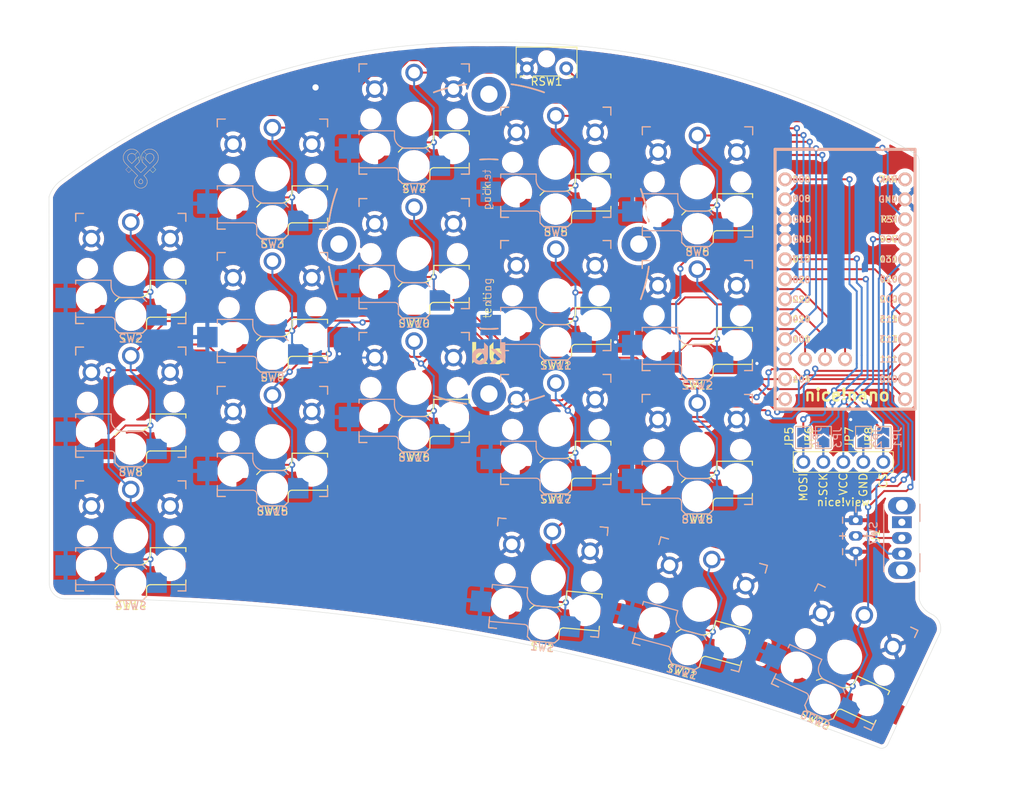
<source format=kicad_pcb>
(kicad_pcb (version 20230620) (generator pcbnew)
  (layers (0 "F.Cu" signal) (31 "B.Cu" signal) (34 "B.Paste" user) (35 "F.Paste" user) (36 "B.SilkS" user "B.Silkscreen") (37 "F.SilkS" user "F.Silkscreen") (38 "B.Mask" user) (39 "F.Mask" user) (44 "Edge.Cuts" user))
  (net 0 "")
  (net 1 "gnd")
  (net 2 "vcc")
  (net 3 "Switch18")
  (net 4 "reset")
  (net 5 "Switch1")
  (net 6 "Switch2")
  (net 7 "Switch3")
  (net 8 "Switch4")
  (net 9 "Switch5")
  (net 10 "Switch6")
  (net 11 "Switch7")
  (net 12 "Switch8")
  (net 13 "Switch9")
  (net 14 "Switch10")
  (net 15 "Switch11")
  (net 16 "Switch12")
  (net 17 "Switch13")
  (net 18 "Switch14")
  (net 19 "Switch15")
  (net 20 "Switch16")
  (net 21 "Switch17")
  (net 22 "raw")
  (net 23 "mosi")
  (net 24 "sck")
  (net 25 "nv_cs")
  (net 26 "Net-(J1-Pad2)")
  (net 28 "Net-(Display1-Pad1)")
  (net 29 "Net-(Display1-Pad2)")
  (net 30 "Net-(Display1-Pad4)")
  (net 31 "Net-(Display1-Pad5)")
  (footprint "Keebio-Parts:SW_Tactile_SPST_Angled_MJTP1117-no-mount" (layer "F.Cu") (at 72.951865 15.867504)
    (property "Reference" "RSW1")
    (property "Value" "SW_Push")
  )
  (footprint "fingerpunch:Kailh_socket_PG1350_optional_reversible_millmax" (layer "F.Cu") (at 22.626865 41.305002 180)
    (property "Reference" "SW2")
    (property "Value" "SW_Push")
  )
  (footprint "fingerpunch:Kailh_socket_PG1350_optional_reversible_millmax" (layer "F.Cu") (at 40.626867 29.305002 180)
    (property "Reference" "SW3")
    (property "Value" "SW_Push")
  )
  (footprint "fingerpunch:Kailh_socket_PG1350_optional_reversible_millmax" (layer "F.Cu") (at 58.626864 22.305002 180)
    (property "Reference" "SW4")
    (property "Value" "SW_Push")
  )
  (footprint "fingerpunch:Kailh_socket_PG1350_optional_reversible_millmax" (layer "F.Cu") (at 76.626865 27.805003 180)
    (property "Reference" "SW5")
    (property "Value" "SW_Push")
  )
  (footprint "fingerpunch:Kailh_socket_PG1350_optional_reversible_millmax" (layer "F.Cu") (at 94.626863 30.305002 180)
    (property "Reference" "SW6")
    (property "Value" "SW_Push")
  )
  (footprint "fingerpunch:Kailh_socket_PG1350_optional_reversible_millmax" (layer "F.Cu") (at 22.626865 58.305002 180)
    (property "Reference" "SW8")
    (property "Value" "SW_Push")
  )
  (footprint "fingerpunch:Kailh_socket_PG1350_optional_reversible_millmax" (layer "F.Cu") (at 40.626867 46.279002 180)
    (property "Reference" "SW9")
    (property "Value" "SW_Push")
  )
  (footprint "fingerpunch:Kailh_socket_PG1350_optional_reversible_millmax" (layer "F.Cu") (at 58.626866 39.421002 180)
    (property "Reference" "SW10")
    (property "Value" "SW_Push")
  )
  (footprint "fingerpunch:Kailh_socket_PG1350_optional_reversible_millmax" (layer "F.Cu") (at 76.626867 44.755005 180)
    (property "Reference" "SW11")
    (property "Value" "SW_Push")
  )
  (footprint "fingerpunch:Kailh_socket_PG1350_optional_reversible_millmax" (layer "F.Cu") (at 94.606865 47.295002 180)
    (property "Reference" "SW12")
    (property "Value" "SW_Push")
  )
  (footprint "fingerpunch:Kailh_socket_PG1350_optional_reversible_millmax" (layer "F.Cu") (at 22.626865 75.304999 180)
    (property "Reference" "SW14")
    (property "Value" "SW_Push")
  )
  (footprint "fingerpunch:Kailh_socket_PG1350_optional_reversible_millmax" (layer "F.Cu") (at 40.626864 63.297001 180)
    (property "Reference" "SW15")
    (property "Value" "SW_Push")
  )
  (footprint "fingerpunch:Kailh_socket_PG1350_optional_reversible_millmax" (layer "F.Cu") (at 58.626863 56.439003 180)
    (property "Reference" "SW16")
    (property "Value" "SW_Push")
  )
  (footprint "fingerpunch:Kailh_socket_PG1350_optional_reversible_millmax" (layer "F.Cu") (at 76.626865 61.773005 180)
    (property "Reference" "SW17")
    (property "Value" "SW_Push")
  )
  (footprint "fingerpunch:Kailh_socket_PG1350_optional_reversible_millmax" (layer "F.Cu") (at 94.600519 64.313002 180)
    (property "Reference" "SW18")
    (property "Value" "SW_Push")
  )
  (footprint "fingerpunch:Kailh_socket_PG1350_optional_reversible_millmax" (layer "F.Cu") (at 113.326867 90.705 155)
    (property "Reference" "SW20")
    (property "Value" "SW_Push")
  )
  (footprint "fingerpunch:Kailh_socket_PG1350_optional_reversible_millmax" (layer "F.Cu") (at 94.926863 84.005003 165)
    (property "Reference" "SW21")
    (property "Value" "SW_Push")
  )
  (footprint "kbd:Tenting_Puck2" (layer "F.Cu") (at 68.126866 38.205003)
    (property "Reference" "REF**")
    (property "Value" "Tenting Puck")
  )
  (footprint "fingerpunch:nice_nano" (layer "F.Cu") (at 113.376864 43.941752 -90)
    (property "Reference" "U1" hide)
    (property "Value" "nice_nano" hide)
  )
  (footprint "fingerpunch:fingerpunch-logo-small" (layer "F.Cu") (at 23.9 28.41)
    (property "Reference" "REF**")
    (property "Value" "fingerpunch-logo-small")
  )
  (footprint "Jumper:SolderJumper-2_P1.3mm_Open_TrianglePad1.0x1.5mm" (layer "F.Cu") (at 115.71 62.785 90)
    (property "Reference" "JP7")
    (property "Value" "Jumper_2_Open")
  )
  (footprint "Jumper:SolderJumper-2_P1.3mm_Open_TrianglePad1.0x1.5mm" (layer "F.Cu") (at 110.62 62.79 90)
    (property "Reference" "JP6")
    (property "Value" "Jumper_2_Open")
  )
  (footprint "fingerpunch:Kailh_socket_PG1350_optional_reversible_millmax" (layer "F.Cu") (at 75.676864 80.605 175)
    (property "Reference" "SW1")
    (property "Value" "SW_Push")
  )
  (footprint "fingerpunch:JST_PH_S3B-PH-K-keyboard" (layer "F.Cu") (at 114.733066 73.312291 -90)
    (property "Reference" "J1")
    (property "Value" "JST-BATTERY")
  )
  (footprint "Jumper:SolderJumper-2_P1.3mm_Open_TrianglePad1.0x1.5mm" (layer "F.Cu") (at 108.07 62.79 90)
    (property "Reference" "JP5")
    (property "Value" "Jumper_2_Open")
  )
  (footprint "Jumper:SolderJumper-2_P1.3mm_Open_TrianglePad1.0x1.5mm" (layer "F.Cu") (at 118.23 62.79 90)
    (property "Reference" "JP8")
    (property "Value" "Jumper_2_Open")
  )
  (footprint "fingerpunch:nice_view" (layer "F.Cu") (at 113.153066 49.422292)
    (property "Reference" "Display1")
    (property "Value" "nice!view")
  )
  (footprint "Jumper:SolderJumper-2_P1.3mm_Open_TrianglePad1.0x1.5mm" (layer "B.Cu") (at 115.71 62.79 90)
    (property "Reference" "JP2")
    (property "Value" "Jumper_2_Open")
  )
  (footprint "fingerpunch:SW_CuK_OS102011MA1QN1_SPDT_Angled" (layer "B.Cu") (at 120.59 73.57 -90)
    (property "Reference" "SW7")
    (property "Value" "SW_DPDT")
  )
  (footprint "Jumper:SolderJumper-2_P1.3mm_Open_TrianglePad1.0x1.5mm" (layer "B.Cu") (at 118.23 62.79 90)
    (property "Reference" "JP1")
    (property "Value" "Jumper_2_Open")
  )
  (footprint "Jumper:SolderJumper-2_P1.3mm_Open_TrianglePad1.0x1.5mm" (layer "B.Cu") (at 108.07 62.79 90)
    (property "Reference" "JP4")
    (property "Value" "Jumper_2_Open")
  )
  (footprint "Jumper:SolderJumper-2_P1.3mm_Open_TrianglePad1.0x1.5mm" (layer "B.Cu") (at 110.62 62.79 90)
    (property "Reference" "JP3")
    (property "Value" "Jumper_2_Open")
  )
  (footprint "fingerpunch:fingerpunch-logo-small" (layer "B.Cu") (at 23.9 28.41 180)
    (property "Reference" "REF**")
    (property "Value" "fingerpunch-logo-small")
  )
  (gr_line (start 12.236918 32.201707) (end 12.277117 81.470026) (stroke (width 0.05)) (layer "Edge.Cuts"))
  (gr_arc (start 122.426865 26.805003) (mid 122.69678 27.166844) (end 122.788866 27.608776) (stroke (width 0.05)) (layer "Edge.Cuts"))
  (gr_arc (start 12.236918 32.201707) (mid 12.793791 31.083887) (end 13.66386 30.188003) (stroke (width 0.05)) (layer "Edge.Cuts"))
  (gr_arc (start 67.926867 12.562511) (mid 96.148266 15.966621) (end 122.426865 26.805003) (stroke (width 0.05)) (layer "Edge.Cuts"))
  (gr_arc (start 14.314865 83.306125) (mid 66.82892 87.930658) (end 117.582657 102.184444) (stroke (width 0.05)) (layer "Edge.Cuts"))
  (gr_arc (start 14.314865 83.306125) (mid 12.927435 82.797108) (end 12.277117 81.470026) (stroke (width 0.05)) (layer "Edge.Cuts"))
  (gr_line (start 122.788866 27.608776) (end 122.788865 83.305002) (stroke (width 0.05)) (layer "Edge.Cuts"))
  (gr_arc (start 13.66386 30.188003) (mid 39.328422 16.859032) (end 67.926867 12.562511) (stroke (width 0.05)) (layer "Edge.Cuts"))
  (gr_arc (start 118.789484 101.850237) (mid 118.256353 102.271132) (end 117.582657 102.184444) (stroke (width 0.05)) (layer "Edge.Cuts"))
  (gr_line (start 125.47988 87.577163) (end 118.789484 101.850237) (stroke (width 0.05)) (layer "Edge.Cuts"))
  (gr_arc (start 124.32988 85.227164) (mid 123.343266 84.439338) (end 122.788865 83.305002) (stroke (width 0.05)) (layer "Edge.Cuts"))
  (gr_arc (start 124.32988 85.227164) (mid 125.328418 86.1949) (end 125.47988 87.577163) (stroke (width 0.05)) (layer "Edge.Cuts"))
  (segment (start 114.09 60.51) (end 112.175 60.51) (width 0.25) (layer "F.Cu") (net 1))
  (segment (start 112.175 60.51) (end 110.62 62.065) (width 0.25) (layer "F.Cu") (net 1))
  (segment (start 102.881865 52.678135) (end 102.881865 51.045002) (width 0.25) (layer "F.Cu") (net 1))
  (segment (start 84.21 50.67) (end 84.21 49.196872) (width 0.25) (layer "F.Cu") (net 1))
  (segment (start 49.14 52.16) (end 49.14 50.267135) (width 0.25) (layer "F.Cu") (net 1))
  (segment (start 102.18 53.38) (end 102.881865 52.678135) (width 0.25) (layer "F.Cu") (net 1))
  (segment (start 84.21 49.196872) (end 84.901867 48.505005) (width 0.25) (layer "F.Cu") (net 1))
  (segment (start 49.14 50.267135) (end 48.901867 50.029002) (width 0.25) (layer "F.Cu") (net 1))
  (via (at 49.14 52.16) (size 0.8) (drill 0.4) (layers "F.Cu" "B.Cu") (net 1))
  (via (at 114.09 60.51) (size 0.8) (drill 0.4) (layers "F.Cu" "B.Cu") (net 1))
  (via (at 102.18 53.38) (size 0.8) (drill 0.4) (layers "F.Cu" "B.Cu") (net 1))
  (via (at 46.101 18.288) (size 0.8) (drill 3.1) (layers "F.Cu" "B.Cu") (net 1))
  (via (at 84.21 50.67) (size 0.8) (drill 0.4) (layers "F.Cu" "B.Cu") (net 1))
  (segment (start 102.19 53.37) (end 102.18 53.38) (width 0.25) (layer "B.Cu") (net 1))
  (segment (start 102.19 46.078137) (end 102.19 51.94) (width 0.25) (layer "B.Cu") (net 1))
  (segment (start 115.645 62.065) (end 114.09 60.51) (width 0.25) (layer "B.Cu") (net 1))
  (segment (start 49.619003 52.639003) (end 49.14 52.16) (width 0.25) (layer "B.Cu") (net 1))
  (segment (start 115.71 62.065) (end 115.645 62.065) (width 0.25) (layer "B.Cu") (net 1))
  (segment (start 84.585002 51.045002) (end 84.21 50.67) (width 0.25) (layer "B.Cu") (net 1))
  (segment (start 86.331865 51.045002) (end 84.585002 51.045002) (width 0.25) (layer "B.Cu") (net 1))
  (segment (start 99.606865 43.495002) (end 102.19 46.078137) (width 0.25) (layer "B.Cu") (net 1))
  (segment (start 53.626863 52.639003) (end 49.619003 52.639003) (width 0.25) (layer "B.Cu") (net 1))
  (segment (start 102.19 51.94) (end 102.19 53.37) (width 0.25) (layer "B.Cu") (net 1))
  (segment (start 116.931752 37.591752) (end 120.996864 37.591752) (width 0.25) (layer "F.Cu") (net 2))
  (via (at 116.931752 37.591752) (size 0.8) (drill 0.4) (layers "F.Cu" "B.Cu") (net 2))
  (segment (start 113.153066 65.902292) (end 113.153066 59.476934) (width 0.25) (layer "B.Cu") (net 2))
  (segment (start 116.931752 55.698248) (end 116.931752 37.591752) (width 0.25) (layer "B.Cu") (net 2))
  (segment (start 113.153066 59.476934) (end 116.931752 55.698248) (width 0.25) (layer "B.Cu") (net 2))
  (segment (start 77.331842 73.77024) (end 76.191083 74.727451) (width 0.25) (layer "F.Cu") (net 3))
  (segment (start 117.154989 68.17) (end 114.262928 71.06206) (width 0.25) (layer "F.Cu") (net 3))
  (segment (start 119.48 68.17) (end 117.154989 68.17) (width 0.25) (layer "F.Cu") (net 3))
  (segment (start 71.887733 86.231764) (end 71.920983 85.851706) (width 0.25) (layer "F.Cu") (net 3))
  (segment (start 98.602928 77.17206) (end 86.918776 74.041301) (width 0.25) (layer "F.Cu") (net 3))
  (segment (start 106.162929 77.172061) (end 98.602928 77.17206) (width 0.25) (layer "F.Cu") (net 3))
  (segment (start 86.918776 74.041301) (end 77.953302 73.256924) (width 0.25) (layer "F.Cu") (net 3))
  (segment (start 71.920983 85.851706) (end 74.738996 83.487112) (width 0.25) (layer "F.Cu") (net 3))
  (segment (start 114.262928 71.06206) (end 112.272928 71.062061) (width 0.25) (layer "F.Cu") (net 3))
  (segment (start 77.953302 73.256924) (end 77.340638 73.77101) (width 0.25) (layer "F.Cu") (net 3))
  (segment (start 112.272928 71.062061) (end 106.162929 77.172061) (width 0.25) (layer "F.Cu") (net 3))
  (segment (start 77.340638 73.77101) (end 77.331842 73.77024) (width 0.25) (layer "F.Cu") (net 3))
  (segment (start 74.738996 83.487112) (end 77.896934 83.763396) (width 0.25) (layer "F.Cu") (net 3))
  (via (at 119.48 68.17) (size 0.8) (drill 0.4) (layers "F.Cu" "B.Cu") (net 3))
  (via (at 77.896934 83.763396) (size 0.8) (drill 0.4) (layers "F.Cu" "B.Cu") (net 3))
  (segment (start 120.996864 40.131752) (end 118.29 42.838616) (width 0.25) (layer "B.Cu") (net 3))
  (segment (start 118.29 58.73) (end 120.81 61.25) (width 0.25) (layer "B.Cu") (net 3))
  (segment (start 120.81 65.12) (end 120.81 66.84) (width 0.25) (layer "B.Cu") (net 3))
  (segment (start 120.81 61.25) (end 120.81 65.12) (width 0.25) (layer "B.Cu") (net 3))
  (segment (start 76.011275 76.675878) (end 76.183065 74.712292) (width 0.25) (layer "B.Cu") (net 3))
  (segment (start 77.896934 83.763396) (end 78.280419 79.38014) (width 0.25) (layer "B.Cu") (net 3))
  (segment (start 118.29 42.838616) (end 118.29 58.73) (width 0.25) (layer "B.Cu") (net 3))
  (segment (start 78.280419 79.38014) (end 76.011275 76.675878) (width 0.25) (layer "B.Cu") (net 3))
  (segment (start 120.81 66.84) (end 119.48 68.17) (width 0.25) (layer "B.Cu") (net 3))
  (segment (start 78.412808 86.802634) (end 78.466314 86.191057) (width 0.25) (layer "B.Cu") (net 3))
  (segment (start 78.466314 86.191057) (end 77.758356 85.347347) (width 0.25) (layer "B.Cu") (net 3))
  (segment (start 77.758356 85.347347) (end 77.896934 83.763396) (width 0.25) (layer "B.Cu") (net 3))
  (segment (start 77.951864 15.867505) (end 80.84642 18.76206) (width 0.25) (layer "F.Cu") (net 4))
  (segment (start 118.113067 25.972291) (end 111.173159 25.972291) (width 0.25) (layer "F.Cu") (net 4))
  (segment (start 104.122928 22.59206) (end 100.292929 18.76206) (width 0.25) (layer "F.Cu") (net 4))
  (segment (start 111.173159 25.972291) (end 107.792928 22.59206) (width 0.25) (layer "F.Cu") (net 4))
  (segment (start 107.792928 22.59206) (end 104.122928 22.59206) (width 0.25) (layer "F.Cu") (net 4))
  (segment (start 80.84642 18.76206) (end 100.292929 18.76206) (width 0.25) (layer "F.Cu") (net 4))
  (via (at 118.113067 25.972291) (size 0.8) (drill 0.4) (layers "F.Cu" "B.Cu") (net 4))
  (segment (start 120.996864 35.051752) (end 118.8 32.854888) (width 0.25) (layer "B.Cu") (net 4))
  (segment (start 118.8 26.659224) (end 118.113067 25.972291) (width 0.25) (layer "B.Cu") (net 4))
  (segment (start 118.8 32.854888) (end 118.8 26.659224) (width 0.25) (layer "B.Cu") (net 4))
  (segment (start 59.642928 14.02206) (end 57.642929 14.02206) (width 0.25) (layer "F.Cu") (net 5))
  (segment (start 78.222929 18.60206) (end 73.352929 18.60206) (width 0.25) (layer "F.Cu") (net 5))
  (segment (start 79.172928 19.552061) (end 78.222929 18.60206) (width 0.25) (layer "F.Cu") (net 5))
  (segment (start 69.642928 14.89206) (end 60.512927 14.89206) (width 0.25) (layer "F.Cu") (net 5))
  (segment (start 57.642929 14.02206) (end 55.562929 16.10206) (width 0.25) (layer "F.Cu") (net 5))
  (segment (start 21.949267 44.27958) (end 25.119267 44.27958) (width 0.25) (layer "F.Cu") (net 5))
  (segment (start 73.352929 18.60206) (end 69.642928 14.89206) (width 0.25) (layer "F.Cu") (net 5))
  (segment (start 99.762929 19.552061) (end 79.172928 19.552061) (width 0.25) (layer "F.Cu") (net 5))
  (segment (start 60.512927 14.89206) (end 59.642928 14.02206) (width 0.25) (layer "F.Cu") (net 5))
  (segment (start 52.552928 16.102061) (end 46.852928 21.80206) (width 0.25) (layer "F.Cu") (net 5))
  (segment (start 103.692929 23.482059) (end 99.762929 19.552061) (width 0.25) (layer "F.Cu") (net 5))
  (segment (start 107.252928 23.48206) (end 103.692929 23.482059) (width 0.25) (layer "F.Cu") (net 5))
  (segment (start 55.562929 16.10206) (end 52.552928 16.102061) (width 0.25) (layer "F.Cu") (net 5))
  (segment (start 33.069808 24.96206) (end 22.626866 35.405002) (width 0.25) (layer "F.Cu") (net 5))
  (segment (start 33.812929 24.96206) (end 33.069808 24.96206) (width 0.25) (layer "F.Cu") (net 5))
  (segment (start 46.852928 21.80206) (end 36.972928 21.80206) (width 0.25) (layer "F.Cu") (net 5))
  (segment (start 19.348066 47.262291) (end 19.348067 46.880784) (width 0.25) (layer "F.Cu") (net 5))
  (segment (start 19.348067 46.880784) (end 21.949267 44.27958) (width 0.25) (layer "F.Cu") (net 5))
  (segment (start 36.972928 21.80206) (end 33.812929 24.96206) (width 0.25) (layer "F.Cu") (net 5))
  (via (at 107.252928 23.48206) (size 0.8) (drill 0.4) (layers "F.Cu" "B.Cu") (net 5))
  (via (at 25.119267 44.27958) (size 0.8) (drill 0.4) (layers "F.Cu" "B.Cu") (net 5))
  (segment (start 25.898064 46.648378) (end 25.119268 45.869581) (width 0.25) (layer "B.Cu") (net 5))
  (segment (start 25.898067 47.26229) (end 25.898064 46.648378) (width 0.25) (layer "B.Cu") (net 5))
  (segment (start 22.623066 37.38338) (end 22.623065 35.412291) (width 0.25) (layer "B.Cu") (net 5))
  (segment (start 107.252928 31.015688) (end 107.252928 30.877072) (width 0.25) (layer "B.Cu") (net 5))
  (segment (start 25.119269 39.879581) (end 22.623066 37.38338) (width 0.25) (layer "B.Cu") (net 5))
  (segment (start 25.119268 45.869581) (end 25.119267 44.27958) (width 0.25) (layer "B.Cu") (net 5))
  (segment (start 105.756864 32.511752) (end 107.252928 31.015688) (width 0.25) (layer "B.Cu") (net 5))
  (segment (start 25.119267 44.27958) (end 25.119269 39.879581) (width 0.25) (layer "B.Cu") (net 5))
  (segment (start 107.252928 30.877072) (end 107.252928 23.48206) (width 0.25) (layer "B.Cu") (net 5))
  (segment (start 55.952928 16.81206) (end 53.102929 16.81206) (width 0.25) (layer "F.Cu") (net 6))
  (segment (start 77.762928 19.38206) (end 73.252929 19.38206) (width 0.25) (layer "F.Cu") (net 6))
  (segment (start 53.102929 16.81206) (end 46.509986 23.405001) (width 0.25) (layer "F.Cu") (net 6))
  (segment (start 59.282928 14.832061) (end 57.932929 14.83206) (width 0.25) (layer "F.Cu") (net 6))
  (segment (start 57.932929 14.83206) (end 55.952928 16.81206) (width 0.25) (layer "F.Cu") (net 6))
  (segment (start 37.348067 35.252291) (end 37.348067 34.870783) (width 0.25) (layer "F.Cu") (net 6))
  (segment (start 37.348067 34.870783) (end 39.949267 32.269579) (width 0.25) (layer "F.Cu") (net 6))
  (segment (start 103.322928 24.36206) (end 99.242928 20.282059) (width 0.25) (layer "F.Cu") (net 6))
  (segment (start 69.562928 15.69206) (end 60.142928 15.692059) (width 0.25) (layer "F.Cu") (net 6))
  (segment (start 73.252929 19.38206) (end 69.562928 15.69206) (width 0.25) (layer "F.Cu") (net 6))
  (segment (start 99.242928 20.282059) (end 78.662928 20.28206) (width 0.25) (layer "F.Cu") (net 6))
  (segment (start 78.662928 20.28206) (end 77.762928 19.38206) (width 0.25) (layer "F.Cu") (net 6))
  (segment (start 46.509986 23.405001) (end 40.626867 23.405003) (width 0.25) (layer "F.Cu") (net 6))
  (segment (start 108.092929 24.36206) (end 103.322928 24.36206) (width 0.25) (layer "F.Cu") (net 6))
  (segment (start 60.142928 15.692059) (end 59.282928 14.832061) (width 0.25) (layer "F.Cu") (net 6))
  (segment (start 39.949267 32.269579) (end 43.119268 32.269579) (width 0.25) (layer "F.Cu") (net 6))
  (via (at 43.119268 32.269579) (size 0.8) (drill 0.4) (layers "F.Cu" "B.Cu") (net 6))
  (via (at 108.092929 24.36206) (size 0.8) (drill 0.4) (layers "F.Cu" "B.Cu") (net 6))
  (segment (start 43.898065 35.25229) (end 43.898067 34.638379) (width 0.25) (layer "B.Cu") (net 6))
  (segment (start 43.898067 34.638379) (end 43.119269 33.859582) (width 0.25) (layer "B.Cu") (net 6))
  (segment (start 43.119268 32.269579) (end 43.119269 27.869581) (width 0.25) (layer "B.Cu") (net 6))
  (segment (start 105.756864 45.211752) (end 108.092928 42.875688) (width 0.25) (layer "B.Cu") (net 6))
  (segment (start 43.119269 27.869581) (end 40.623065 25.37338) (width 0.25) (layer "B.Cu") (net 6))
  (segment (start 40.623065 25.37338) (end 40.623066 23.402292) (width 0.25) (layer "B.Cu") (net 6))
  (segment (start 43.119269 33.859582) (end 43.119268 32.269579) (width 0.25) (layer "B.Cu") (net 6))
  (segment (start 108.092928 42.875688) (end 108.092929 24.36206) (width 0.25) (layer "B.Cu") (net 6))
  (segment (start 102.982929 25.20206) (end 98.862929 21.08206) (width 0.25) (layer "F.Cu") (net 7))
  (segment (start 77.272928 20.22206) (end 73.252928 20.22206) (width 0.25) (layer "F.Cu") (net 7))
  (segment (start 55.351864 28.255002) (end 55.351864 27.873493) (width 0.25) (layer "F.Cu") (net 7))
  (segment (start 108.882928 25.202061) (end 102.982929 25.20206) (width 0.25) (layer "F.Cu") (net 7))
  (segment (start 69.43587 16.405002) (end 58.626865 16.405003) (width 0.25) (layer "F.Cu") (net 7))
  (segment (start 57.953067 25.272291) (end 61.123066 25.272293) (width 0.25) (layer "F.Cu") (net 7))
  (segment (start 55.351864 27.873493) (end 57.953067 25.272291) (width 0.25) (layer "F.Cu") (net 7))
  (segment (start 73.252928 20.22206) (end 69.43587 16.405002) (width 0.25) (layer "F.Cu") (net 7))
  (segment (start 78.132928 21.08206) (end 77.272928 20.22206) (width 0.25) (layer "F.Cu") (net 7))
  (segment (start 98.862929 21.08206) (end 78.132928 21.08206) (width 0.25) (layer "F.Cu") (net 7))
  (via (at 61.123066 25.272293) (size 0.8) (drill 0.4) (layers "F.Cu" "B.Cu") (net 7))
  (via (at 108.882928 25.202061) (size 0.8) (drill 0.4) (layers "F.Cu" "B.Cu") (net 7))
  (segment (start 61.901864 27.641087) (end 61.123066 26.862292) (width 0.25) (layer "B.Cu") (net 7))
  (segment (start 61.123067 20.872291) (end 58.626864 18.37609) (width 0.25) (layer "B.Cu") (net 7))
  (segment (start 61.901865 28.255002) (end 61.901864 27.641087) (width 0.25) (layer "B.Cu") (net 7))
  (segment (start 105.756864 47.751753) (end 108.882928 44.625689) (width 0.25) (layer "B.Cu") (net 7))
  (segment (start 61.123066 25.272293) (end 61.123067 20.872291) (width 0.25) (layer "B.Cu") (net 7))
  (segment (start 61.123066 26.862292) (end 61.123066 25.272293) (width 0.25) (layer "B.Cu") (net 7))
  (segment (start 58.626864 18.37609) (end 58.626864 16.405002) (width 0.25) (layer "B.Cu") (net 7))
  (segment (start 108.882928 44.625689) (end 108.882928 25.202061) (width 0.25) (layer "B.Cu") (net 7))
  (segment (start 98.525871 21.905003) (end 76.626865 21.905003) (width 0.25) (layer "F.Cu") (net 8))
  (segment (start 75.948278 30.768057) (end 79.118278 30.768056) (width 0.25) (layer "F.Cu") (net 8))
  (segment (start 73.347077 33.369259) (end 75.948278 30.768057) (width 0.25) (layer "F.Cu") (net 8))
  (segment (start 102.662928 26.042061) (end 98.525871 21.905003) (width 0.25) (layer "F.Cu") (net 8))
  (segment (start 73.347077 33.75077) (end 73.347077 33.369259) (width 0.25) (layer "F.Cu") (net 8))
  (segment (start 109.692929 26.04206) (end 102.662928 26.042061) (width 0.25) (layer "F.Cu") (net 8))
  (via (at 79.118278 30.768056) (size 0.8) (drill 0.4) (layers "F.Cu" "B.Cu") (net 8))
  (via (at 109.692929 26.04206) (size 0.8) (drill 0.4) (layers "F.Cu" "B.Cu") (net 8))
  (segment (start 79.118279 26.368057) (end 76.622078 23.871856) (width 0.25) (layer "B.Cu") (net 8))
  (segment (start 109.692928 46.355688) (end 109.692929 26.04206) (width 0.25) (layer "B.Cu") (net 8))
  (segment (start 105.756864 50.291752) (end 109.692928 46.355688) (width 0.25) (layer "B.Cu") (net 8))
  (segment (start 79.897077 33.750768) (end 79.897076 33.136856) (width 0.25) (layer "B.Cu") (net 8))
  (segment (start 79.897076 33.136856) (end 79.118279 32.358056) (width 0.25) (layer "B.Cu") (net 8))
  (segment (start 79.118278 30.768056) (end 79.118279 26.368057) (width 0.25) (layer "B.Cu") (net 8))
  (segment (start 79.118279 32.358056) (end 79.118278 30.768056) (width 0.25) (layer "B.Cu") (net 8))
  (segment (start 76.622078 23.871856) (end 76.622078 21.900768) (width 0.25) (layer "B.Cu") (net 8))
  (segment (start 91.347215 36.25142) (end 91.347215 35.869911) (width 0.25) (layer "F.Cu") (net 9))
  (segment (start 99.96587 24.405002) (end 94.626864 24.405002) (width 0.25) (layer "F.Cu") (net 9))
  (segment (start 102.442928 26.882061) (end 99.96587 24.405002) (width 0.25) (layer "F.Cu") (net 9))
  (segment (start 110.482928 26.88206) (end 102.442928 26.882061) (width 0.25) (layer "F.Cu") (net 9))
  (segment (start 93.948416 33.268708) (end 97.118416 33.268709) (width 0.25) (layer "F.Cu") (net 9))
  (segment (start 91.347215 35.869911) (end 93.948416 33.268708) (width 0.25) (layer "F.Cu") (net 9))
  (via (at 97.118416 33.268709) (size 0.8) (drill 0.4) (layers "F.Cu" "B.Cu") (net 9))
  (via (at 110.482928 26.88206) (size 0.8) (drill 0.4) (layers "F.Cu" "B.Cu") (net 9))
  (segment (start 97.118416 33.268709) (end 97.118418 28.868709) (width 0.25) (layer "B.Cu") (net 9))
  (segment (start 97.897216 35.637507) (end 97.118417 34.85871) (width 0.25) (layer "B.Cu") (net 9))
  (segment (start 97.897215 36.251421) (end 97.897216 35.637507) (width 0.25) (layer "B.Cu") (net 9))
  (segment (start 94.622215 26.372507) (end 94.622215 24.40142) (width 0.25) (layer "B.Cu") (net 9))
  (segment (start 97.118417 34.85871) (end 97.118416 33.268709) (width 0.25) (layer "B.Cu") (net 9))
  (segment (start 97.118418 28.868709) (end 94.622215 26.372507) (width 0.25) (layer "B.Cu") (net 9))
  (segment (start 105.756864 52.831753) (end 110.482929 48.105688) (width 0.25) (layer "B.Cu") (net 9))
  (segment (start 110.482929 48.105688) (end 110.482928 26.88206) (width 0.25) (layer "B.Cu") (net 9))
  (segment (start 42.032928 48.56206) (end 37.722928 48.56206) (width 0.25) (layer "F.Cu") (net 10))
  (segment (start 37.152929 47.99206) (end 27.122928 47.992061) (width 0.25) (layer "F.Cu") (net 10))
  (segment (start 19.348066 63.870783) (end 21.949268 61.26958) (width 0.25) (layer "F.Cu") (net 10))
  (segment (start 37.722928 48.56206) (end 37.152929 47.99206) (width 0.25) (layer "F.Cu") (net 10))
  (segment (start 105.756865 55.371752) (end 89.582621 55.371752) (width 0.25) (layer "F.Cu") (net 10))
  (segment (start 71.642929 52.652061) (end 66.302928 47.31206) (width 0.25) (layer "F.Cu") (net 10))
  (segment (start 19.348066 64.252291) (end 19.348066 63.870783) (width 0.25) (layer "F.Cu") (net 10))
  (segment (start 86.862928 52.65206) (end 71.642929 52.652061) (width 0.25) (layer "F.Cu") (net 10))
  (segment (start 47.270566 47.504423) (end 45.445291 47.504424) (width 0.25) (layer "F.Cu") (net 10))
  (segment (start 66.302928 47.31206) (end 47.462928 47.31206) (width 0.25) (layer "F.Cu") (net 10))
  (segment (start 22.709986 52.405002) (end 22.626865 52.405002) (width 0.25) (layer "F.Cu") (net 10))
  (segment (start 45.442928 47.50206) (end 43.092928 47.502061) (width 0.25) (layer "F.Cu") (net 10))
  (segment (start 21.949268 61.26958) (end 25.119269 61.26958) (width 0.25) (layer "F.Cu") (net 10))
  (segment (start 45.445291 47.504424) (end 45.442928 47.50206) (width 0.25) (layer "F.Cu") (net 10))
  (segment (start 43.092928 47.502061) (end 42.032928 48.56206) (width 0.25) (layer "F.Cu") (net 10))
  (segment (start 89.582621 55.371752) (end 86.862928 52.65206) (width 0.25) (layer "F.Cu") (net 10))
  (segment (start 47.462928 47.31206) (end 47.270566 47.504423) (width 0.25) (layer "F.Cu") (net 10))
  (segment (start 27.122928 47.992061) (end 22.709986 52.405002) (width 0.25) (layer "F.Cu") (net 10))
  (via (at 25.119269 61.26958) (size 0.8) (drill 0.4) (layers "F.Cu" "B.Cu") (net 10))
  (segment (start 22.623067 54.373378) (end 22.623066 52.402292) (width 0.25) (layer "B.Cu") (net 10))
  (segment (start 25.119269 62.859579) (end 25.119269 61.26958) (width 0.25) (layer "B.Cu") (net 10))
  (segment (start 25.898066 63.638379) (end 25.119269 62.859579) (width 0.25) (layer "B.Cu") (net 10))
  (segment (start 25.898065 64.25229) (end 25.898066 63.638379) (width 0.25) (layer "B.Cu") (net 10))
  (segment (start 25.119269 61.26958) (end 25.119268 56.869581) (width 0.25) (layer "B.Cu") (net 10))
  (segment (start 25.119268 56.869581) (end 22.623067 54.373378) (width 0.25) (layer "B.Cu") (net 10))
  (segment (start 44.215362 48.14206) (end 43.118851 49.23857) (width 0.25) (layer "F.Cu") (net 11))
  (segment (start 53.102928 48.69206) (end 52.622929 49.17206) (width 0.25) (layer "F.Cu") (net 11))
  (segment (start 37.34765 51.839773) (end 39.948851 49.238571) (width 0.25) (layer "F.Cu") (net 11))
  (segment (start 47.692929 47.93206) (end 47.482928 48.142061) (width 0.25) (layer "F.Cu") (net 11))
  (segment (start 50.302929 47.93206) (end 47.692929 47.93206) (width 0.25) (layer "F.Cu") (net 11))
  (segment (start 103.77262 57.911752) (end 102.422928 56.56206) (width 0.25) (layer "F.Cu") (net 11))
  (segment (start 51.542929 49.172061) (end 50.302929 47.93206) (width 0.25) (layer "F.Cu") (net 11))
  (segment (start 39.948851 49.238571) (end 43.118851 49.23857) (width 0.25) (layer "F.Cu") (net 11))
  (segment (start 47.482928 48.142061) (end 44.215362 48.14206) (width 0.25) (layer "F.Cu") (net 11))
  (segment (start 52.622929 49.17206) (end 51.542929 49.172061) (width 0.25) (layer "F.Cu") (net 11))
  (segment (start 102.422928 56.56206) (end 89.002929 56.56206) (width 0.25) (layer "F.Cu") (net 11))
  (segment (start 86.392928 53.952061) (end 70.942928 53.95206) (width 0.25) (layer "F.Cu") (net 11))
  (segment (start 65.682929 48.69206) (end 53.102928 48.69206) (width 0.25) (layer "F.Cu") (net 11))
  (segment (start 89.002929 56.56206) (end 86.392928 53.952061) (width 0.25) (layer "F.Cu") (net 11))
  (segment (start 70.942928 53.95206) (end 65.682929 48.69206) (width 0.25) (layer "F.Cu") (net 11))
  (segment (start 37.347651 52.221282) (end 37.34765 51.839773) (width 0.25) (layer "F.Cu") (net 11))
  (segment (start 105.756864 57.911752) (end 103.77262 57.911752) (width 0.25) (layer "F.Cu") (net 11))
  (via (at 43.118851 49.23857) (size 0.8) (drill 0.4) (layers "F.Cu" "B.Cu") (net 11))
  (segment (start 43.897649 51.60737) (end 43.118851 50.828571) (width 0.25) (layer "B.Cu") (net 11))
  (segment (start 43.118852 44.838571) (end 40.62265 42.34237) (width 0.25) (layer "B.Cu") (net 11))
  (segment (start 40.62265 42.34237) (end 40.62265 40.371282) (width 0.25) (layer "B.Cu") (net 11))
  (segment (start 43.118851 49.23857) (end 43.118852 44.838571) (width 0.25) (layer "B.Cu") (net 11))
  (segment (start 43.89765 52.221283) (end 43.897649 51.60737) (width 0.25) (layer "B.Cu") (net 11))
  (segment (start 43.118851 50.828571) (end 43.118851 49.23857) (width 0.25) (layer "B.Cu") (net 11))
  (segment (start 74.412928 47.00206) (end 73.692929 46.28206) (width 0.25) (layer "F.Cu") (net 12))
  (segment (start 96.232928 49.56206) (end 91.612929 49.56206) (width 0.25) (layer "F.Cu") (net 12))
  (segment (start 108.296864 52.831751) (end 108.296864 50.405997) (width 0.25) (layer "F.Cu") (net 12))
  (segment (start 88.652929 48.90206) (end 86.142929 46.39206) (width 0.25) (layer "F.Cu") (net 12))
  (segment (start 91.612929 49.56206) (end 90.952928 48.90206) (width 0.25) (layer "F.Cu") (net 12))
  (segment (start 90.952928 48.90206) (end 88.652929 48.90206) (width 0.25) (layer "F.Cu") (net 12))
  (segment (start 78.152929 47.00206) (end 74.412928 47.00206) (width 0.25) (layer "F.Cu") (net 12))
  (segment (start 73.692929 46.28206) (end 63.512929 46.28206) (width 0.25) (layer "F.Cu") (net 12))
  (segment (start 63.512929 46.28206) (end 61.119267 43.888399) (width 0.25) (layer "F.Cu") (net 12))
  (segment (start 55.348066 44.990782) (end 57.949268 42.38958) (width 0.25) (layer "F.Cu") (net 12))
  (segment (start 108.296864 50.405997) (end 106.902929 49.01206) (width 0.25) (layer "F.Cu") (net 12))
  (segment (start 55.348065 45.372292) (end 55.348066 44.990782) (width 0.25) (layer "F.Cu") (net 12))
  (segment (start 61.119267 43.888399) (end 61.119268 42.38958) (width 0.25) (layer "F.Cu") (net 12))
  (segment (start 78.762928 46.39206) (end 78.152929 47.00206) (width 0.25) (layer "F.Cu") (net 12))
  (segment (start 106.902929 49.01206) (end 96.782929 49.01206) (width 0.25) (layer "F.Cu") (net 12))
  (segment (start 57.949268 42.38958) (end 61.119268 42.38958) (width 0.25) (layer "F.Cu") (net 12))
  (segment (start 96.782929 49.01206) (end 96.232928 49.56206) (width 0.25) (layer "F.Cu") (net 12))
  (segment (start 86.142929 46.39206) (end 78.762928 46.39206) (width 0.25) (layer "F.Cu") (net 12))
  (via (at 61.119268 42.38958) (size 0.8) (drill 0.4) (layers "F.Cu" "B.Cu") (net 12))
  (segment (start 61.898065 44.758379) (end 61.119267 43.97958) (width 0.25) (layer "B.Cu") (net 12))
  (segment (start 58.623066 35.493378) (end 58.623066 33.522291) (width 0.25) (layer "B.Cu") (net 12))
  (segment (start 61.119268 42.38958) (end 61.119268 37.98958) (width 0.25) (layer "B.Cu") (net 12))
  (segment (start 61.119268 37.98958) (end 58.623066 35.493378) (width 0.25) (layer "B.Cu") (net 12))
  (segment (start 61.898067 45.372292) (end 61.898065 44.758379) (width 0.25) (layer "B.Cu") (net 12))
  (segment (start 61.119267 43.97958) (end 61.119268 42.38958) (width 0.25) (layer "B.Cu") (net 12))
  (segment (start 96.012928 44.98206) (end 93.052929 44.98206) (width 0.25) (layer "F.Cu") (net 13))
  (segment (start 93.052929 44.98206) (end 92.212928 45.82206) (width 0.25) (layer "F.Cu") (net 13))
  (segment (start 83.272928 43.29206) (end 81.382928 43.292061) (width 0.25) (layer "F.Cu") (net 13))
  (segment (start 80.309255 44.365734) (end 79.119254 44.365734) (width 0.25) (layer "F.Cu") (net 13))
  (segment (start 101.832929 45.87206) (end 96.902927 45.872061) (width 0.25) (layer "F.Cu") (net 13))
  (segment (start 73.348052 50.702283) (end 73.348052 50.320775) (width 0.25) (layer "F.Cu") (net 13))
  (segment (start 96.902927 45.872061) (end 96.012928 44.98206) (width 0.25) (layer "F.Cu") (net 13))
  (segment (start 102.452928 46.49206) (end 101.832929 45.87206) (width 0.25) (layer "F.Cu") (net 13))
  (segment (start 81.382928 43.292061) (end 80.309255 44.365734) (width 0.25) (layer "F.Cu") (net 13))
  (segment (start 75.949253 47.719573) (end 79.119254 47.719574) (width 0.25) (layer "F.Cu") (net 13))
  (segment (start 110.836864 52.831752) (end 110.836864 50.035996) (width 0.25) (layer "F.Cu") (net 13))
  (segment (start 92.212928 45.82206) (end 85.802928 45.822061) (width 0.25) (layer "F.Cu") (net 13))
  (segment (start 107.292928 46.49206) (end 102.452928 46.49206) (width 0.25) (layer "F.Cu") (net 13))
  (segment (start 73.348052 50.320775) (end 75.949253 47.719573) (width 0.25) (layer "F.Cu") (net 13))
  (segment (start 110.836864 50.035996) (end 107.292928 46.49206) (width 0.25) (layer "F.Cu") (net 13))
  (segment (start 85.802928 45.822061) (end 83.272928 43.29206) (width 0.25) (layer "F.Cu") (net 13))
  (via (at 79.119254 44.365734) (size 0.8) (drill 0.4) (layers "F.Cu" "B.Cu") (net 13))
  (via (at 79.119254 47.719574) (size 0.8) (drill 0.4) (layers "F.Cu" "B.Cu") (net 13))
  (segment (start 76.623051 40.82337) (end 76.623052 38.852285) (width 0.25) (layer "B.Cu") (net 13))
  (segment (start 79.898052 50.088371) (end 79.119253 49.309573) (width 0.25) (layer "B.Cu") (net 13))
  (segment (start 79.119254 47.719574) (end 79.119254 44.365734) (width 0.25) (layer "B.Cu") (net 13))
  (segment (start 79.898053 50.702286) (end 79.898052 50.088371) (width 0.25) (layer "B.Cu") (net 13))
  (segment (start 79.119253 49.309573) (end 79.119254 47.719574) (width 0.25) (layer "B.Cu") (net 13))
  (segment (start 79.119254 44.365734) (end 79.119254 43.319573) (width 0.25) (layer "B.Cu") (net 13))
  (segment (start 79.119254 43.319573) (end 76.623051 40.82337) (width 0.25) (layer "B.Cu") (net 13))
  (segment (start 107.612928 43.93206) (end 103.002928 43.93206) (width 0.25) (layer "F.Cu") (net 14))
  (segment (start 113.376864 52.831752) (end 113.376864 49.695996) (width 0.25) (layer "F.Cu") (net 14))
  (segment (start 91.326329 52.859245) (end 93.92753 50.258046) (width 0.25) (layer "F.Cu") (net 14))
  (segment (start 91.326329 53.240755) (end 91.326329 52.859245) (width 0.25) (layer "F.Cu") (net 14))
  (segment (start 113.376864 49.695996) (end 107.612928 43.93206) (width 0.25) (layer "F.Cu") (net 14))
  (segment (start 103.002928 43.93206) (end 100.46587 41.395003) (width 0.25) (layer "F.Cu") (net 14))
  (segment (start 100.46587 41.395003) (end 94.606866 41.395003) (width 0.25) (layer "F.Cu") (net 14))
  (segment (start 93.92753 50.258046) (end 97.097529 50.258044) (width 0.25) (layer "F.Cu") (net 14))
  (via (at 97.097529 50.258044) (size 0.8) (drill 0.4) (layers "F.Cu" "B.Cu") (net 14))
  (segment (start 97.09753 45.858046) (end 94.601327 43.361842) (width 0.25) (layer "B.Cu") (net 14))
  (segment (start 97.097529 50.258044) (end 97.09753 45.858046) (width 0.25) (layer "B.Cu") (net 14))
  (segment (start 97.876328 53.240755) (end 97.876328 52.626842) (width 0.25) (layer "B.Cu") (net 14))
  (segment (start 97.097531 51.848044) (end 97.097529 50.258044) (width 0.25) (layer "B.Cu") (net 14))
  (segment (start 94.601327 43.361842) (end 94.601328 41.390754) (width 0.25) (layer "B.Cu") (net 14))
  (segment (start 97.876328 52.626842) (end 97.097531 51.848044) (width 0.25) (layer "B.Cu") (net 14))
  (segment (start 108.26 55.98) (end 119.065111 55.98) (width 0.25) (layer "F.Cu") (net 15))
  (segment (start 52.072928 48.17206) (end 52.242928 48.002059) (width 0.25) (layer "F.Cu") (net 15))
  (segment (start 43.852929 52.162061) (end 42.492929 53.52206) (width 0.25) (layer "F.Cu") (net 15))
  (segment (start 19.348066 80.880782) (end 21.949269 78.27958) (width 0.25) (layer "F.Cu") (net 15))
  (segment (start 103.602928 56.64206) (end 107.59794 56.64206) (width 0.25) (layer "F.Cu") (net 15))
  (segment (start 107.59794 56.64206) (end 108.26 55.98) (width 0.25) (layer "F.Cu") (net 15))
  (segment (start 42.492929 53.52206) (end 41.682928 54.33206) (width 0.25) (layer "F.Cu") (net 15))
  (segment (start 32.332929 50.97206) (end 28.142929 50.97206) (width 0.25) (layer "F.Cu") (net 15))
  (segment (start 86.592928 53.29206) (end 89.262929 55.96206) (width 0.25) (layer "F.Cu") (net 15))
  (segment (start 52.242928 48.002059) (end 54.292928 48.00206) (width 0.25) (layer "F.Cu") (net 15))
  (segment (start 23.312928 54.23206) (end 19.802928 54.23206) (width 0.25) (layer "F.Cu") (net 15))
  (segment (start 54.292928 48.00206) (end 65.982928 48.00206) (width 0.25) (layer "F.Cu") (net 15))
  (segment (start 28.142929 50.97206) (end 26.572928 50.97206) (width 0.25) (layer "F.Cu") (net 15))
  (segment (start 119.065111 55.98) (end 120.996864 57.911752) (width 0.25) (layer "F.Cu") (net 15))
  (segment (start 34.612928 53.25206) (end 32.332929 50.97206) (width 0.25) (layer "F.Cu") (net 15))
  (segment (start 102.922928 55.962061) (end 103.602928 56.64206) (width 0.25) (layer "F.Cu") (net 15))
  (segment (start 41.682928 54.33206) (end 38.072928 54.33206) (width 0.25) (layer "F.Cu") (net 15))
  (segment (start 65.982928 48.00206) (end 71.272929 53.29206) (width 0.25) (layer "F.Cu") (net 15))
  (segment (start 71.272929 53.29206) (end 86.592928 53.29206) (width 0.25) (layer "F.Cu") (net 15))
  (segment (start 38.072928 54.33206) (end 35.692928 54.33206) (width 0.25) (layer "F.Cu") (net 15))
  (segment (start 26.572928 50.97206) (end 24.042929 53.50206) (width 0.25) (layer "F.Cu") (net 15))
  (segment (start 47.782928 52.162061) (end 43.852929 52.162061) (width 0.25) (layer "F.Cu") (net 15))
  (segment (start 35.692928 54.33206) (end 34.612928 53.25206) (width 0.25) (layer "F.Cu") (net 15))
  (segment (start 24.042929 53.50206) (end 23.312928 54.23206) (width 0.25) (layer "F.Cu") (net 15))
  (segment (start 19.348065 81.26229) (end 19.348066 80.880782) (width 0.25) (layer "F.Cu") (net 15))
  (segment (start 89.262929 55.96206) (end 102.922928 55.962061) (width 0.25) (layer "F.Cu") (net 15))
  (segment (start 21.949269 78.27958) (end 25.119268 78.279582) (width 0.25) (layer "F.Cu") (net 15))
  (via (at 25.119268 78.279582) (size 0.8) (drill 0.4) (layers "F.Cu" "B.Cu") (net 15))
  (via (at 19.802928 54.23206) (size 0.8) (drill 0.4) (layers "F.Cu" "B.Cu") (net 15))
  (via (at 52.072928 48.17206) (size 0.8) (drill 0.4) (layers "F.Cu" "B.Cu") (net 15))
  (via (at 47.782928 52.162061) (size 0.8) (drill 0.4) (layers "F.Cu" "B.Cu") (net 15))
  (segment (start 22.623065 71.383379) (end 22.623065 69.412291) (width 0.25) (layer "B.Cu") (net 15))
  (segment (start 25.119268 73.87958) (end 22.623065 71.383379) (width 0.25) (layer "B.Cu") (net 15))
  (segment (start 48.312929 49.032061) (end 47.782928 49.56206) (width 0.25) (layer "B.Cu") (net 15))
  (segment (start 25.119268 78.279582) (end 25.119268 73.87958) (width 0.25) (layer "B.Cu") (net 15))
  (segment (start 25.119268 79.869581) (end 25.119268 78.279582) (width 0.25) (layer "B.Cu") (net 15))
  (segment (start 22.626866 69.405) (end 19.802928 66.581063) (width 0.25) (layer "B.Cu") (net 15))
  (segment (start 19.802928 66.581063) (end 19.802928 54.23206) (width 0.25) (layer "B.Cu") (net 15))
  (segment (start 49.172928 48.17206) (end 48.312929 49.032061) (width 0.25) (layer "B.Cu") (net 15))
  (segment (start 52.072928 48.17206) (end 49.172928 48.17206) (width 0.25) (layer "B.Cu") (net 15))
  (segment (start 25.898067 81.262291) (end 25.898067 80.648379) (width 0.25) (layer "B.Cu") (net 15))
  (segment (start 25.898067 80.648379) (end 25.119268 79.869581) (width 0.25) (layer "B.Cu") (net 15))
  (segment (start 47.782928 49.56206) (end 47.782928 52.162061) (width 0.25) (layer "B.Cu") (net 15))
  (segment (start 92.452928 58.872059) (end 90.962928 57.38206) (width 0.25) (layer "F.Cu") (net 16))
  (segment (start 37.347883 69.252115) (end 37.347882 68.870606) (width 0.25) (layer "F.Cu") (net 16))
  (segment (start 102.132928 57.67206) (end 98.052929 57.67206) (width 0.25) (layer "F.Cu") (net 16))
  (segment (start 107.422928 54.742061) (end 106.782928 54.10206) (width 0.25) (layer "F.Cu") (net 16))
  (segment (start 44.022929 53.23206) (end 42.812929 54.44206) (width 0.25) (layer "F.Cu") (net 16))
  (segment (start 88.772929 57.38206) (end 88.202929 56.81206) (width 0.25) (layer "F.Cu") (net 16))
  (segment (start 58.182928 52.54206) (end 56.272929 50.632061) (width 0.25) (layer "F.Cu") (net 16))
  (segment (start 47.492928 53.23206) (end 44.022929 53.23206) (width 0.25) (layer "F.Cu") (net 16))
  (segment (start 70.452928 54.71206) (end 68.742929 53.00206) (width 0.25) (layer "F.Cu") (net 16))
  (segment (start 106.782928 54.10206) (end 105.792929 54.10206) (width 0.25) (layer "F.Cu") (net 16))
  (segment (start 80.692928 54.76206) (end 78.612929 56.84206) (width 0.25) (layer "F.Cu") (net 16))
  (segment (start 73.212928 55.28206) (end 72.642928 54.71206) (width 0.25) (layer "F.Cu") (net 16))
  (segment (start 96.162928 59.56206) (end 95.532929 60.19206) (width 0.25) (layer "F.Cu") (net 16))
  (segment (start 62.492928 49.43206) (end 60.022929 51.902061) (width 0.25) (layer "F.Cu") (net 16))
  (segment (start 77.392929 58.06206) (end 76.582928 58.062061) (width 0.25) (layer "F.Cu") (net 16))
  (segment (start 98.052929 57.67206) (end 96.162928 59.56206) (width 0.25) (layer "F.Cu") (net 16))
  (segment (start 72.642928 54.71206) (end 71.102928 54.712059) (width 0.25) (layer "F.Cu") (net 16))
  (segment (start 93.942929 60.192061) (end 93.772929 60.19206) (width 0.25) (layer "F.Cu") (net 16))
  (segment (start 60.022929 51.902061) (end 59.382928 52.54206) (width 0.25) (layer "F.Cu") (net 16))
  (segment (start 49.942928 53.23206) (end 47.492928 53.23206) (width 0.25) (layer "F.Cu") (net 16))
  (segment (start 120.996865 55.371752) (end 108.052621 55.371753) (width 0.25) (layer "F.Cu") (net 16))
  (segment (start 62.582929 49.432059) (end 62.492928 49.43206) (width 0.25) (layer "F.Cu") (net 16))
  (segment (start 105.792929 54.10206) (end 104.082928 54.10206) (width 0.25) (layer "F.Cu") (net 16))
  (segment (start 86.152928 54.76206) (end 83.272929 54.76206) (width 0.25) (layer "F.Cu") (net 16))
  (segment (start 95.532929 60.19206) (end 93.942929 60.192061) (width 0.25) (layer "F.Cu") (net 16))
  (segment (start 104.082928 54.10206) (end 103.652928 54.532061) (width 0.25) (layer "F.Cu") (net 16))
  (segment (start 78.612929 56.84206) (end 77.392929 58.06206) (width 0.25) (layer "F.Cu") (net 16))
  (segment (start 58.222928 52.542061) (end 58.182928 52.54206) (width 0.25) (layer "F.Cu") (net 16))
  (segment (start 65.172929 49.43206) (end 62.582929 49.432059) (width 0.25) (layer "F.Cu") (net 16))
  (segment (start 108.052621 55.371753) (end 107.422928 54.742061) (width 0.25) (layer "F.Cu") (net 16))
  (segment (start 75.992928 58.062061) (end 73.212928 55.28206) (width 0.25) (layer "F.Cu") (net 16))
  (segment (start 68.742929 53.00206) (end 65.172929 49.43206) (width 0.25) (layer "F.Cu") (net 16))
  (segment (start 83.272929 54.76206) (end 80.692928 54.76206) (width 0.25) (layer "F.Cu") (net 16))
  (segment (start 59.382928 52.54206) (end 58.222928 52.542061) (width 0.25) (layer "F.Cu") (net 16))
  (segment (start 56.272929 50.632061) (end 55.212928 49.572059) (width 0.25) (layer "F.Cu") (net 16))
  (segment (start 53.602929 49.572061) (end 52.402928 50.77206) (width 0.25) (layer "F.Cu") (net 16))
  (segment (start 37.347882 68.870606) (end 39.949084 66.269403) (width 0.25) (layer "F.Cu") (net 16))
  (segment (start 90.962928 57.38206) (end 89.692928 57.38206) (width 0.25) (layer "F.Cu") (net 16))
  (segment (start 52.402928 50.77206) (end 49.942928 53.23206) (width 0.25) (layer "F.Cu") (net 16))
  (segment (start 55.212928 49.572059) (end 54.272928 49.57206) (width 0.25) (layer "F.Cu") (net 16))
  (segment (start 76.582928 58.062061) (end 75.992928 58.062061) (width 0.25) (layer "F.Cu") (net 16))
  (segment (start 54.272928 49.57206) (end 53.602929 49.572061) (width 0.25) (layer "F.Cu") (net 16))
  (segment (start 39.949084 66.269403) (end 43.119083 66.269403) (width 0.25) (layer "F.Cu") (net 16))
  (segment (start 89.692928 57.38206) (end 88.772929 57.38206) (width 0.25) (layer "F.Cu") (net 16))
  (segment (start 88.202929 56.81206) (end 86.152928 54.76206) (width 0.25) (layer "F.Cu") (net 16))
  (segment (start 71.102928 54.712059) (end 70.452928 54.71206) (width 0.25) (layer "F.Cu") (net 16))
  (segment (start 93.772929 60.19206) (end 92.452928 58.872059) (width 0.25) (layer "F.Cu") (net 16))
  (via (at 42.812929 54.44206) (size 0.8) (drill 0.4) (layers "F.Cu" "B.Cu") (net 16))
  (via (at 102.132928 57.67206) (size 0.8) (drill 0.4) (layers "F.Cu" "B.Cu") (net 16))
  (via (at 43.119083 66.269403) (size 0.8) (drill 0.4) (layers "F.Cu" "B.Cu") (net 16))
  (via (at 103.652928 54.532061) (size 0.8) (drill 0.4) (layers "F.Cu" "B.Cu") (net 16))
  (segment (start 40.626864 56.628125) (end 40.626864 57.397001) (width 0.25) (layer "B.Cu") (net 16))
  (segment (start 103.652928 56.15206) (end 102.132928 57.67206) (width 0.25) (layer "B.Cu") (net 16))
  (segment (start 42.812929 54.44206) (end 40.626864 56.628125) (width 0.25) (layer "B.Cu") (net 16))
  (segment (start 40.622882 59.3732) (end 40.622883 57.402114) (width 0.25) (layer "B.Cu") (net 16))
  (segment (start 43.119082 61.869403) (end 40.622882 59.3732) (width 0.25) (layer "B.Cu") (net 16))
  (segment (start 43.119083 66.269403) (end 43.119082 61.869403) (width 0.25) (layer "B.Cu") (net 16))
  (segment (start 43.119085 67.859401) (end 43.119083 66.269403) (width 0.25) (layer "B.Cu") (net 16))
  (segment (start 43.897881 68.6382) (end 43.119085 67.859401) (width 0.25) (layer "B.Cu") (net 16))
  (segment (start 43.897882 69.252113) (end 43.897881 68.6382) (width 0.25) (layer "B.Cu") (net 16))
  (segment (start 103.652928 54.532061) (end 103.652928 56.15206) (width 0.25) (layer "B.Cu") (net 16))
  (segment (start 104.752929 59.552061) (end 103.802929 58.60206) (width 0.25) (layer "F.Cu") (net 17))
  (segment (start 85.902928 55.38206) (end 81.022928 55.38206) (width 0.25) (layer "F.Cu") (net 17))
  (segment (start 103.802929 58.60206) (end 101.672928 58.60206) (width 0.25) (layer "F.Cu") (net 17))
  (segment (start 72.302929 55.352061) (end 70.202929 55.35206) (width 0.25) (layer "F.Cu") (net 17))
  (segment (start 95.922928 60.76206) (end 93.402929 60.762061) (width 0.25) (layer "F.Cu") (net 17))
  (segment (start 62.902928 50.12206) (end 59.634796 53.390193) (width 0.25) (layer "F.Cu") (net 17))
  (segment (start 55.349372 62.388683) (end 55.349371 62.007174) (width 0.25) (layer "F.Cu") (net 17))
  (segment (start 75.672929 58.72206) (end 72.302929 55.352061) (width 0.25) (layer "F.Cu") (net 17))
  (segment (start 55.349371 62.007174) (end 57.950574 59.405972) (width 0.25) (layer "F.Cu") (net 17))
  (segment (start 70.202929 55.35206) (end 64.972928 50.12206) (width 0.25) (layer "F.Cu") (net 17))
  (segment (start 88.472928 57.95206) (end 85.902928 55.38206) (width 0.25) (layer "F.Cu") (net 17))
  (segment (start 77.682928 58.72206) (end 75.672929 58.72206) (width 0.25) (layer "F.Cu") (net 17))
  (segment (start 108.902928 54.89206) (end 108.542928 54.53206) (width 0.25) (layer "F.Cu") (net 17))
  (segment (start 120.996864 52.831752) (end 118.936556 54.89206) (width 0.25) (layer "F.Cu") (net 17))
  (segment (start 93.402929 60.762061) (end 90.592928 57.95206) (width 0.25) (layer "F.Cu") (net 17))
  (segment (start 90.592928 57.95206) (end 88.472928 57.95206) (width 0.25) (layer "F.Cu") (net 17))
  (segment (start 101.372927 58.302061) (end 98.382928 58.30206) (width 0.25) (layer "F.Cu") (net 17))
  (segment (start 98.382928 58.30206) (end 95.922928 60.76206) (width 0.25) (layer "F.Cu") (net 17))
  (segment (start 101.672928 58.60206) (end 101.372927 58.302061) (width 0.25) (layer "F.Cu") (net 17))
  (segment (start 59.634796 53.390193) (end 59.504796 53.390193) (width 0.25) (layer "F.Cu") (net 17))
  (segment (start 64.972928 50.12206) (end 62.902928 50.12206) (width 0.25) (layer "F.Cu") (net 17))
  (segment (start 118.936556 54.89206) (end 108.902928 54.89206) (width 0.25) (layer "F.Cu") (net 17))
  (segment (start 81.022928 55.38206) (end 77.682928 58.72206) (width 0.25) (layer "F.Cu") (net 17))
  (segment (start 57.950574 59.405972) (end 61.120574 59.405974) (width 0.25) (layer "F.Cu") (net 17))
  (via (at 104.752929 59.552061) (size 0.8) (drill 0.4) (layers "F.Cu" "B.Cu") (net 17))
  (via (at 59.504796 53.390193) (size 0.8) (drill 0.4) (layers "F.Cu" "B.Cu") (net 17))
  (via (at 61.120574 59.405974) (size 0.8) (drill 0.4) (layers "F.Cu" "B.Cu") (net 17))
  (via (at 108.542928 54.53206) (size 0.8) (drill 0.4) (layers "F.Cu" "B.Cu") (net 17))
  (segment (start 58.624372 52.509772) (end 58.624373 50.538685) (width 0.25) (layer "B.Cu") (net 17))
  (segment (start 61.120574 60.995972) (end 61.120574 59.405974) (width 0.25) (layer "B.Cu") (net 17))
  (segment (start 108.542928 54.53206) (end 107.502929 55.57206) (width 0.25) (layer "B.Cu") (net 17))
  (segment (start 107.502929 55.57206) (end 107.502929 58.55206) (width 0.25) (layer "B.Cu") (net 17))
  (segment (start 61.120575 55.005972) (end 59.504796 53.390193) (width 0.25) (layer "B.Cu") (net 17))
  (segment (start 61.899372 62.388682) (end 61.899373 61.774769) (width 0.25) (layer "B.Cu") (net 17))
  (segment (start 61.899373 61.774769) (end 61.120574 60.995972) (width 0.25) (layer "B.Cu") (net 17))
  (segment (start 61.120574 59.405974) (end 61.120575 55.005972) (width 0.25) (layer "B.Cu") (net 17))
  (segment (start 107.502929 58.55206) (end 106.502929 59.55206) (width 0.25) (layer "B.Cu") (net 17))
  (segment (start 59.504796 53.390193) (end 58.624372 52.509772) (width 0.25) (layer "B.Cu") (net 17))
  (segment (start 106.502929 59.55206) (end 104.752929 59.552061) (width 0.25) (layer "B.Cu") (net 17))
  (segment (start 119.332928 53.612061) (end 119.002929 53.94206) (width 0.25) (layer "F.Cu") (net 18))
  (segment (start 118.622929 54.32206) (end 112.362928 54.32206) (width 0.25) (layer "F.Cu") (net 18))
  (segment (start 119.002929 53.94206) (end 118.622929 54.32206) (width 0.25) (layer "F.Cu") (net 18))
  (segment (start 119.332928 52.33206) (end 119.332928 53.612061) (width 0.25) (layer "F.Cu") (net 18))
  (segment (start 75.949268 64.73958) (end 79.119267 64.73958) (width 0.25) (layer "F.Cu") (net 18))
  (segment (start 90.212928 58.52206) (end 88.182928 58.522061) (width 0.25) (layer "F.Cu") (net 18))
  (segment (start 96.122928 61.442061) (end 93.132928 61.44206) (width 0.25) (layer "F.Cu") (net 18))
  (segment (start 103.242928 59.322059) (end 101.432928 59.32206) (width 0.25) (layer "F.Cu") (net 18))
  (segment (start 101.432928 59.32206) (end 100.962927 58.852061) (width 0.25) (layer "F.Cu") (net 18))
  (segment (start 100.962927 58.852061) (end 98.712928 58.85206) (width 0.25) (layer "F.Cu") (net 18))
  (segment (start 81.222928 56.012059) (end 78.152338 59.08265) (width 0.25) (layer "F.Cu") (net 18))
  (segment (start 85.672928 56.01206) (end 81.222928 56.012059) (width 0.25) (layer "F.Cu") (net 18))
  (segment (start 88.182928 58.522061) (end 85.672928 56.01206) (width 0.25) (layer "F.Cu") (net 18))
  (segment (start 109.852929 54.32206) (end 109.582929 54.052061) (width 0.25) (layer "F.Cu") (net 18))
  (segment (start 112.362928 54.32206) (end 109.852929 54.32206) (width 0.25) (layer "F.Cu") (net 18))
  (segment (start 93.132928 61.44206) (end 90.212928 58.52206) (width 0.25) (layer "F.Cu") (net 18))
  (segment (start 78.152338 59.08265) (end 78.152338 59.37265) (width 0.25) (layer "F.Cu") (net 18))
  (segment (start 73.348067 67.722291) (end 73.348066 67.340783) (width 0.25) (layer "F.Cu") (net 18))
  (segment (start 103.582928 59.66206) (end 103.242928 59.322059) (width 0.25) (layer "F.Cu") (net 18))
  (segment (start 98.712928 58.85206) (end 96.122928 61.442061) (width 0.25) (layer "F.Cu") (net 18))
  (segment (start 120.996865 50.291752) (end 119.332928 51.955688) (width 0.25) (layer "F.Cu") (net 18))
  (segment (start 119.332928 51.955688) (end 119.332928 52.33206) (width 0.25) (layer "F.Cu") (net 18))
  (segment (start 73.348066 67.340783) (end 75.949268 64.73958) (width 0.25) (layer "F.Cu") (net 18))
  (via (at 79.119267 64.73958) (size 0.8) (drill 0.4) (layers "F.Cu" "B.Cu") (net 18))
  (via (at 109.582929 54.052061) (size 0.8) (drill 0.4) (layers "F.Cu" "B.Cu") (net 18))
  (via (at 103.582928 59.66206) (size 0.8) (drill 0.4) (layers "F.Cu" "B.Cu") (net 18))
  (via (at 78.152338 59.37265) (size 0.8) (drill 0.4) (layers "F.Cu" "B.Cu") (net 18))
  (segment (start 79.898067 67.108379) (end 79.119269 66.329582) (width 0.25) (layer "B.Cu") (net 18))
  (segment (start 79.119267 64.73958) (end 79.119269 60.339582) (width 0.25) (layer "B.Cu") (net 18))
  (segment (start 79.898067 67.722291) (end 79.898067 67.108379) (width 0.25) (layer "B.Cu") (net 18))
  (segment (start 109.582929 54.052061) (end 109.582929 54.80206) (width 0.25) (layer "B.Cu") (net 18))
  (segment (start 76.623066 57.84338) (end 76.623065 55.872292) (width 0.25) (layer "B.Cu") (net 18))
  (segment (start 79.119269 60.339582) (end 78.152338 59.37265) (width 0.25) (layer "B.Cu") (net 18))
  (segment (start 109.022929 55.362061) (end 108.132928 56.252061) (width 0.25) (layer "B.Cu") (net 18))
  (segment (start 78.152338 59.37265) (end 76.623066 57.84338) (width 0.25) (layer "B.Cu") (net 18))
  (segment (start 104.292928 60.37206) (end 103.582928 59.66206) (width 0.25) (layer "B.Cu") (net 18))
  (segment (start 108.132928 57.52206) (end 108.132928 58.882061) (width 0.25) (layer "B.Cu") (net 18))
  (segment (start 79.119269 66.329582) (end 79.119267 64.73958) (width 0.25) (layer "B.Cu") (net 18))
  (segment (start 109.582929 54.80206) (end 109.022929 55.362061) (width 0.25) (layer "B.Cu") (net 18))
  (segment (start 108.132928 56.252061) (end 108.132928 57.52206) (width 0.25) (layer "B.Cu") (net 18))
  (segment (start 106.642928 60.37206) (end 104.482928 60.37206) (width 0.25) (layer "B.Cu") (net 18))
  (segment (start 108.132928 58.882061) (end 107.022929 59.992061) (width 0.25) (layer "B.Cu") (net 18))
  (segment (start 107.022929 59.992061) (end 106.642928 60.37206) (width 0.25) (layer "B.Cu") (net 18))
  (segment (start 104.482928 60.37206) (end 104.292928 60.37206) (width 0.25) (layer "B.Cu") (net 18))
  (segment (start 93.742928 39.662061) (end 95.442928 39.66206) (width 0.25) (layer "F.Cu") (net 19))
  (segment (start 119.29 46.044888) (end 120.996864 47.751752) (width 0.25) (layer "F.Cu") (net 19))
  (segment (start 91.317234 69.880545) (end 93.918438 67.279342) (width 0.25) (layer "F.Cu") (net 19))
  (segment (start 91.317234 70.262053) (end 91.317234 69.880545) (width 0.25) (layer "F.Cu") (net 19))
  (segment (start 92.452928 41.342061) (end 92.452929 40.95206) (width 0.25) (layer "F.Cu") (net 19))
  (segment (start 101.622929 41.40206) (end 117.16206 41.40206) (width 0.25) (layer "F.Cu") (net 19))
  (segment (start 95.442928 39.66206) (end 96.402928 40.62206) (width 0.25) (layer "F.Cu") (net 19))
  (segment (start 93.918438 67.279342) (end 97.088438 67.279342) (width 0.25) (layer "F.Cu") (net 19))
  (segment (start 100.842928 40.62206) (end 101.622929 41.40206) (width 0.25) (layer "F.Cu") (net 19))
  (segment (start 96.402928 40.62206) (end 100.842928 40.62206) (width 0.25) (layer "F.Cu") (net 19))
  (segment (start 92.452929 40.95206) (end 93.742928 39.662061) (width 0.25) (layer "F.Cu") (net 19))
  (segment (start 119.29 43.53) (end 119.29 46.044888) (width 0.25) (layer "F.Cu") (net 19))
  (segment (start 117.16206 41.40206) (end 119.29 43.53) (width 0.25) (layer "F.Cu") (net 19))
  (via (at 97.088438 67.279342) (size 0.8) (drill 0.4) (layers "F.Cu" "B.Cu") (net 19))
  (via (at 92.452928 41.342061) (size 0.8) (drill 0.4) (layers "F.Cu" "B.Cu") (net 19))
  (segment (start 91.912928 49.45206) (end 92.372928 49.91206) (width 0.25) (layer "B.Cu") (net 19))
  (segment (start 94.600519 56.729652) (end 94.60052 58.413003) (width 0.25) (layer "B.Cu") (net 19))
  (segment (start 92.372928 49.91206) (end 92.372928 54.50206) (width 0.25) (layer "B.Cu") (net 19))
  (segment (start 94.592236 60.383141) (end 94.592234 58.412054) (width 0.25) (layer "B.Cu") (net 19))
  (segment (start 97.867235 70.262053) (end 97.867235 69.648141) (width 0.25) (layer "B.Cu") (net 19))
  (segment (start 97.088438 67.279342) (end 97.088438 62.879342) (width 0.25) (layer "B.Cu") (net 19))
  (segment (start 97.088438 62.879342) (end 94.592236 60.383141) (width 0.25) (layer "B.Cu") (net 19))
  (segment (start 91.912928 45.58206) (end 91.912928 49.45206) (width 0.25) (layer "B.Cu") (net 19))
  (segment (start 97.867235 69.648141) (end 97.088436 68.869341) (width 0.25) (layer "B.Cu") (net 19))
  (segment (start 92.372928 54.50206) (end 94.600519 56.729652) (width 0.25) (layer "B.Cu") (net 19))
  (segment (start 97.088436 68.869341) (end 97.088438 67.279342) (width 0.25) (layer "B.Cu") (net 19))
  (segment (start 92.452928 41.342061) (end 92.452929 45.04206) (width 0.25) (layer "B.Cu") (net 19))
  (segment (start 92.452929 45.04206) (end 91.912928 45.58206) (width 0.25) (layer "B.Cu") (net 19))
  (segment (start 121.17 69.6) (end 118.344989 69.6) (width 0.25) (layer "F.Cu") (net 20))
  (segment (start 118.344989 69.6) (end 117.582929 70.36206) (width 0.25) (layer "F.Cu") (net 20))
  (segment (start 108.008114 94.342199) (end 111.46492 93.084025) (width 0.25) (layer "F.Cu") (net 20))
  (segment (start 111.46492 93.084025) (end 114.337915 94.423725) (width 0.25) (layer "F.Cu") (net 20))
  (segment (start 121.68 69.09) (end 121.17 69.6) (width 0.25) (layer "F.Cu") (net 20))
  (segment (start 107.846882 94.687963) (end 108.008114 94.342199) (width 0.25) (layer "F.Cu") (net 20))
  (segment (start 117.582929 70.36206) (end 116.302928 71.642061) (width 0.25) (layer "F.Cu") (net 20))
  (via (at 116.302928 71.642061) (size 0.8) (drill 0.4) (layers "F.Cu" "B.Cu") (net 20))
  (via (at 114.337915 94.423725) (size 0.8) (drill 0.4) (layers "F.Cu" "B.Cu") (net 20))
  (via (at 121.68 69.09) (size 0.8) (drill 0.4) (layers "F.Cu" "B.Cu") (net 20))
  (segment (start 119.362928 46.845688) (end 119.362929 49.20206) (width 0.25) (layer "B.Cu") (net 20))
  (segment (start 113.665952 95.864754) (end 114.337915 94.423725) (width 0.25) (layer "B.Cu") (net 20))
  (segment (start 113.783197 97.456113) (end 114.042648 96.899719) (width 0.25) (layer "B.Cu") (net 20))
  (segment (start 116.197435 90.435971) (end 114.990048 87.118703) (width 0.25) (layer "B.Cu") (net 20))
  (segment (start 114.042648 96.899719) (end 113.665952 95.864754) (width 0.25) (layer "B.Cu") (net 20))
  (segment (start 121.922928 68.847072) (end 121.68 69.09) (width 0.25) (layer "B.Cu") (net 20))
  (segment (start 119.362928 58.262928) (end 121.922928 60.822928) (width 0.25) (layer "B.Cu") (net 20))
  (segment (start 121.922928 60.822928) (end 121.922928 68.847072) (width 0.25) (layer "B.Cu") (net 20))
  (segment (start 114.337915 94.423725) (end 116.197435 90.435971) (width 0.25) (layer "B.Cu") (net 20))
  (segment (start 120.996864 45.211753) (end 119.362928 46.845688) (width 0.25) (layer "B.Cu") (net 20))
  (segment (start 116.302928 84.875172) (end 115.820315 85.357784) (width 0.25) (layer "B.Cu") (net 20))
  (segment (start 114.990048 87.118703) (end 115.823067 85.332291) (width 0.25) (layer "B.Cu") (net 20))
  (segment (start 119.362929 49.20206) (end 119.362928 58.262928) (width 0.25) (layer "B.Cu") (net 20))
  (segment (start 116.302928 71.642061) (end 116.302928 84.875172) (width 0.25) (layer "B.Cu") (net 20))
  (segment (start 93.507204 86.673043) (end 96.56919 87.493502) (width 0.25) (layer "F.Cu") (net 21))
  (segment (start 112.692929 71.75206) (end 106.138948 78.30604) (width 0.25) (layer "F.Cu") (net 21))
  (segment (start 120.84 68.16) (end 120.04 68.96) (width 0.25) (layer "F.Cu") (net 21))
  (segment (start 114.732928 71.752061) (end 112.692929 71.75206) (width 0.25) (layer "F.Cu") (net 21))
  (segment (start 90.321395 88.512371) (end 93.507204 86.673043) (width 0.25) (layer "F.Cu") (net 21))
  (segment (start 106.138948 78.30604) (end 96.453895 78.30604) (width 0.25) (layer "F.Cu") (net 21))
  (segment (start 120.04 68.96) (end 117.524988 68.96) (width 0.25) (layer "F.Cu") (net 21))
  (segment (start 90.222652 88.88088) (end 90.321395 88.512371) (width 0.25) (layer "F.Cu") (net 21))
  (segment (start 117.524988 68.96) (end 114.732928 71.752061) (width 0.25) (layer "F.Cu") (net 21))
  (via (at 96.56919 87.493502) (size 0.8) (drill 0.4) (layers "F.Cu" "B.Cu") (net 21))
  (via (at 120.84 68.16) (size 0.8) (drill 0.4) (layers "F.Cu" "B.Cu") (net 21))
  (segment (start 121.41 67.59) (end 120.84 68.16) (width 0.25) (layer "B.Cu") (net 21))
  (segment (start 96.708361 89.983152) (end 96.157665 89.029322) (width 0.25) (layer "B.Cu") (net 21))
  (segment (start 95.942911 80.186215) (end 96.453066 78.282292) (width 0.25) (layer "B.Cu") (net 21))
  (segment (start 118.870434 58.530434) (end 121.41 61.07) (width 0.25) (layer "B.Cu") (net 21))
  (segment (start 96.549468 90.576145) (end 96.708361 89.983152) (width 0.25) (layer "B.Cu") (net 21))
  (segment (start 121.41 61.07) (end 121.41 66.72) (width 0.25) (layer "B.Cu") (net 21))
  (segment (start 118.870434 44.798182) (end 118.870434 58.530434) (width 0.25) (layer "B.Cu") (net 21))
  (segment (start 120.996864 42.671752) (end 118.870434 44.798182) (width 0.25) (layer "B.Cu") (net 21))
  (segment (start 97.707991 83.243425) (end 95.942911 80.186215) (width 0.25) (layer "B.Cu") (net 21))
  (segment (start 96.157665 89.029322) (end 96.56919 87.493502) (width 0.25) (layer "B.Cu") (net 21))
  (segment (start 121.41 66.72) (end 121.41 67.59) (width 0.25) (layer "B.Cu") (net 21))
  (segment (start 96.56919 87.493502) (end 97.707991 83.243425) (width 0.25) (layer "B.Cu") (net 21))
  (segment (start 120.996864 29.971752) (end 117.791752 29.971752) (width 0.25) (layer "F.Cu") (net 22))
  (segment (start 117.791752 29.971752) (end 117.79 29.97) (width 0.25) (layer "F.Cu") (net 22))
  (via (at 117.79 29.97) (size 0.8) (drill 0.4) (layers "F.Cu" "B.Cu") (net 22))
  (segment (start 117.353065 76.043065) (end 118.88 77.57) (width 0.25) (layer "B.Cu") (net 22))
  (segment (start 120.17 66.2) (end 117.353065 69.016935) (width 0.25) (layer "B.Cu") (net 22))
  (segment (start 120.59 77.57) (end 118.88 77.57) (width 0.25) (layer "B.Cu") (net 22))
  (segment (start 117.79 42.46) (end 117.66 42.59) (width 0.25) (layer "B.Cu") (net 22))
  (segment (start 117.79 29.97) (end 117.79 42.46) (width 0.25) (layer "B.Cu") (net 22))
  (segment (start 117.353065 69.016935) (end 117.353065 76.043065) (width 0.25) (layer "B.Cu") (net 22))
  (segment (start 117.66 42.59) (end 117.66 58.97) (width 0.25) (layer "B.Cu") (net 22))
  (segment (start 120.17 61.48) (end 120.17 66.2) (width 0.25) (layer "B.Cu") (net 22))
  (segment (start 117.66 58.97) (end 120.17 61.48) (width 0.25) (layer "B.Cu") (net 22))
  (segment (start 114.87 40.05) (end 114.788248 40.131752) (width 0.25) (layer "F.Cu") (net 23))
  (segment (start 118.23 61.97) (end 113.63 57.37) (width 0.25) (layer "F.Cu") (net 23))
  (segment (start 112.74 57.37) (end 111.78 58.33) (width 0.25) (layer "F.Cu") (net 23))
  (segment (start 114.788248 40.131752) (end 105.756864 40.131752) (width 0.25) (layer "F.Cu") (net 23))
  (segment (start 113.63 57.37) (end 112.74 57.37) (width 0.25) (layer "F.Cu") (net 23))
  (segment (start 118.23 62.065) (end 118.23 61.97) (width 0.25) (layer "F.Cu") (net 23))
  (via (at 114.87 40.05) (size 0.8) (drill 0.4) (layers "F.Cu" "B.Cu") (net 23))
  (via (at 111.78 58.33) (size 0.8) (drill 0.4) (layers "F.Cu" "B.Cu") (net 23))
  (segment (start 115.49 43.74) (end 114.87 43.12) (width 0.25) (layer "B.Cu") (net 23))
  (segment (start 114.87 43.12) (end 114.87 40.05) (width 0.25) (layer "B.Cu") (net 23))
  (segment (start 108.07 62.065) (end 108.07 62.06) (width 0.25) (layer "B.Cu") (net 23))
  (segment (start 113.25 56.86) (end 115.49 54.62) (width 0.25) (layer "B.Cu") (net 23))
  (segment (start 111.78 59.83) (end 111.78 58.33) (width 0.25) (layer "B.Cu") (net 23))
  (segment (start 115.49 54.62) (end 115.49 52.34) (width 0.25) (layer "B.Cu") (net 23))
  (segment (start 111.78 58.33) (end 113.25 56.86) (width 0.25) (layer "B.Cu") (net 23))
  (segment (start 109.32 60.81) (end 110.8 60.81) (width 0.25) (layer "B.Cu") (net 23))
  (segment (start 115.49 52.34) (end 115.49 43.74) (width 0.25) (layer "B.Cu") (net 23))
  (segment (start 110.8 60.81) (end 111.78 59.83) (width 0.25) (layer "B.Cu") (net 23))
  (segment (start 108.07 62.06) (end 109.32 60.81) (width 0.25) (layer "B.Cu") (net 23))
  (segment (start 116.01 42.66) (end 115.998248 42.671752) (width 0.25) (layer "F.Cu") (net 24))
  (segment (start 115.71 61.14) (end 115.71 60.68) (width 0.25) (layer "F.Cu") (net 24))
  (segment (start 115.998248 42.671752) (end 105.756864 42.671752) (width 0.25) (layer "F.Cu") (net 24))
  (segment (start 115.71 60.68) (end 113.25 58.22) (width 0.25) (layer "F.Cu") (net 24))
  (segment (start 115.71 62.06) (end 115.71 61.14) (width 0.25) (layer "F.Cu") (net 24))
  (via (at 113.25 58.22) (size 0.8) (drill 0.4) (layers "F.Cu" "B.Cu") (net 24))
  (via (at 116.01 42.66) (size 0.8) (drill 0.4) (layers "F.Cu" "B.Cu") (net 24))
  (segment (start 116.23 52.31) (end 116.23 42.88) (width 0.25) (layer "B.Cu") (net 24))
  (segment (start 113.25 58.22) (end 116.23 55.24) (width 0.25) (layer "B.Cu") (net 24))
  (segment (start 112.54 60.145) (end 110.62 62.065) (width 0.25) (layer "B.Cu") (net 24))
  (segment (start 116.23 55.24) (end 116.23 52.31) (width 0.25) (layer "B.Cu") (net 24))
  (segment (start 112.54 58.93) (end 112.54 60.145) (width 0.25) (layer "B.Cu") (net 24))
  (segment (start 116.23 42.88) (end 116.01 42.66) (width 0.25) (layer "B.Cu") (net 24))
  (segment (start 113.25 58.22) (end 112.54 58.93) (width 0.25) (layer "B.Cu") (net 24))
  (segment (start 113.94 29.97) (end 113.938248 29.971752) (width 0.25) (layer "F.Cu") (net 25))
  (segment (start 114.47 56.8) (end 112.01 56.8) (width 0.25) (layer "F.Cu") (net 25))
  (segment (start 108.07 62.065) (end 108.07 60.48) (width 0.25) (layer "F.Cu") (net 25))
  (segment (start 115.89 58.22) (end 114.47 56.8) (width 0.25) (layer "F.Cu") (net 25))
  (segment (start 112.01 56.8) (end 111.98 56.83) (width 0.25) (layer "F.Cu") (net 25))
  (segment (start 113.938248 29.971752) (end 105.756864 29.971752) (width 0.25) (layer "F.Cu") (net 25))
  (via (at 108.07 60.48) (size 0.8) (drill 0.4) (layers "F.Cu" "B.Cu") (net 25))
  (via (at 113.94 29.97) (size 0.8) (drill 0.4) (layers "F.Cu" "B.Cu") (net 25))
  (via (at 115.89 58.22) (size 0.8) (drill 0.4) (layers "F.Cu" "B.Cu") (net 25))
  (via (at 111.98 56.83) (size 0.8) (drill 0.4) (layers "F.Cu" "B.Cu") (net 25))
  (segment (start 114.86 53.4) (end 114.86 44.21) (width 0.25) (layer "B.Cu") (net 25))
  (segment (start 111.98 56.83) (end 114.86 53.95) (width 0.25) (layer "B.Cu") (net 25))
  (segment (start 114.86 44.21) (end 114.22 43.57) (width 0.25) (layer "B.Cu") (net 25))
  (segment (start 118.23 62.065) (end 118.23 60.56) (width 0.25) (layer "B.Cu") (net 25))
  (segment (start 114.22 43.57) (end 113.94 43.29) (width 0.25) (layer "B.Cu") (net 25))
  (segment (start 110.83 57.98) (end 111.98 56.83) (width 0.25) (layer "B.Cu") (net 25))
  (segment (start 108.58 59.97) (end 110.54 59.97) (width 0.25) (layer "B.Cu") (net 25))
  (segment (start 110.83 59.68) (end 110.83 57.98) (width 0.25) (layer "B.Cu") (net 25))
  (segment (start 108.07 60.48) (end 108.58 59.97) (width 0.25) (layer "B.Cu") (net 25))
  (segment (start 118.23 60.56) (end 115.89 58.22) (width 0.25) (layer "B.Cu") (net 25))
  (segment (start 114.86 53.95) (end 114.86 53.4) (width 0.25) (layer "B.Cu") (net 25))
  (segment (start 110.54 59.97) (end 110.83 59.68) (width 0.25) (layer "B.Cu") (net 25))
  (segment (start 113.94 43.29) (end 113.94 29.97) (width 0.25) (layer "B.Cu") (net 25))
  (segment (start 116.972291 75.312291) (end 114.733066 75.312291) (width 0.25) (layer "F.Cu") (net 26))
  (segment (start 117.23 75.57) (end 116.972291 75.312291) (width 0.25) (layer "F.Cu") (net 26))
  (segment (start 120.59 75.57) (end 117.23 75.57) (width 0.25) (layer "F.Cu") (net 26))
  (segment (start 108.073066 63.518066) (end 108.07 63.515) (width 0.25) (layer "F.Cu") (net 28))
  (segment (start 108.073066 65.902292) (end 108.073066 63.518066) (width 0.25) (layer "F.Cu") (net 28))
  (segment (start 108.073066 65.902292) (end 108.073066 63.518066) (width 0.25) (layer "B.Cu") (net 28))
  (segment (start 108.073066 63.518066) (end 108.07 63.515) (width 0.25) (layer "B.Cu") (net 28))
  (segment (start 110.613066 63.521934) (end 110.62 63.515) (width 0.25) (layer "F.Cu") (net 29))
  (segment (start 110.613066 65.902292) (end 110.613066 63.521934) (width 0.25) (layer "F.Cu") (net 29))
  (segment (start 110.613066 63.521934) (end 110.62 63.515) (width 0.25) (layer "B.Cu") (net 29))
  (segment (start 110.613066 65.902292) (end 110.613066 63.521934) (width 0.25) (layer "B.Cu") (net 29))
  (segment (start 115.693066 63.531934) (end 115.71 63.515) (width 0.25) (layer "F.Cu") (net 30))
  (segment (start 115.693066 65.902292) (end 115.693066 63.531934) (width 0.25) (layer "F.Cu") (net 30))
  (segment (start 115.693066 63.526934) (end 115.71 63.51) (width 0.25) (layer "B.Cu") (net 30))
  (segment (start 115.693066 65.902292) (end 115.693066 63.526934) (width 0.25) (layer "B.Cu") (net 30))
  (segment (start 118.233066 63.518066) (end 118.23 63.515) (width 0.25) (layer "F.Cu") (net 31))
  (segment (start 118.233066 65.902292) (end 118.233066 63.518066) (width 0.25) (layer "F.Cu") (net 31))
  (segment (start 118.233066 65.902292) (end 118.233066 63.518066) (width 0.25) (layer "B.Cu") (net 31))
  (segment (start 118.233066 63.518066) (end 118.23 63.515) (width 0.25) (layer "B.Cu") (net 31))
  (zone (net 1) (net_name "gnd") (layers "F&B.Cu") (connect_pads (clearance 0.508)) (min_thickness 0.254) (fill yes (thermal_gap 0.508) (thermal_bridge_width 0.508))
    (polygon (pts (xy 136.111089 108.826687) (xy 6.211084 110.426685) (xy 6.011087 7.726684) (xy 133.811086 7.176686)))
  )
)
</source>
